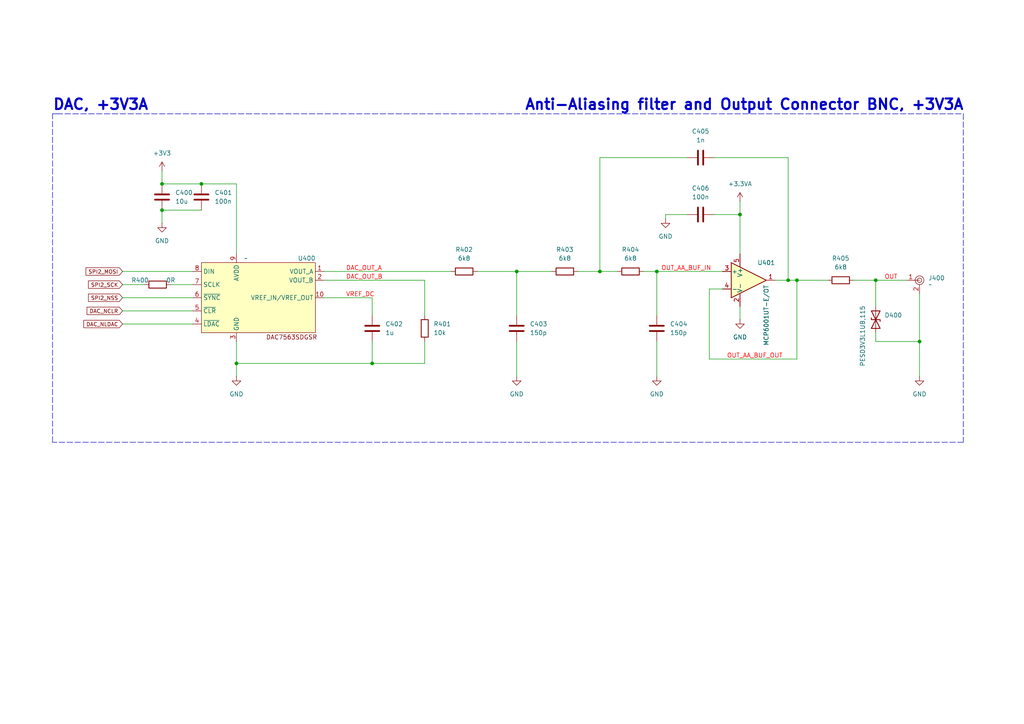
<source format=kicad_sch>
(kicad_sch (version 20231120) (generator "eeschema") (generator_version "8.0")
  (paper "A4")
  (lib_symbols
    (symbol "Adacus_lib:DOSIN-801-0031"
      (property "Reference" "J" (at 4.572 1.524 0))
      (symbol "DOSIN-801-0031_0_1"
        (polyline (pts (xy 1.27 0) (xy 2.54 0)))
        (circle (center 2.54 0) (radius 0.635))
        (circle (center 2.54 0) (radius 1.27))
      )
      (symbol "DOSIN-801-0031_1_1"
        (pin passive line (at -1.27 0 0) (length 2.54) (name "") (number "1"))
        (pin passive line (at 2.54 -3.81 90) (length 2.54) (name "") (number "2"))
      )
    )
    (symbol "Amplifier_Operational:MCP6001-OT" (pin_names (offset 0.127))
      (property "Reference" "U" (at -1.27 6.35 0))
      (property "Value" "MCP6001-OT" (at -1.27 3.81 0))
      (symbol "MCP6001-OT_0_1"
        (polyline (pts (xy -5.08 5.08) (xy 5.08 0) (xy -5.08 -5.08) (xy -5.08 5.08)) (stroke (width 0.254)) (fill (type background)))
        (pin power_in line (at -2.54 -7.62 90) (length 3.81) (name "V-") (number "2"))
        (pin power_in line (at -2.54 7.62 270) (length 3.81) (name "V+") (number "5"))
      )
      (symbol "MCP6001-OT_1_1"
        (pin output line (at 7.62 0 180) (length 2.54) (name "~") (number "1"))
        (pin input line (at -7.62 2.54 0) (length 2.54) (name "+") (number "3"))
        (pin input line (at -7.62 -2.54 0) (length 2.54) (name "-") (number "4"))
      )
    )
    (symbol "DAC7563SDGSR_1"
      (property "Reference" "U" (at 27.178 9.652 0))
      (symbol "DAC7563SDGSR_1_1_1"
        (rectangle (start -5.08 8.89) (end 27.94 -11.43) (fill (type background)))
        (text "DAC7563SDGSR" (at 21.082 -12.7 0) (effects (font (size 1.27 1.27))))
        (pin output line (at 30.48 6.35 180) (length 2.54) (name "VOUT_A") (number "1"))
        (pin bidirectional line (at 30.48 -1.27 180) (length 2.54) (name "VREF_IN/VREF_OUT") (number "10"))
        (pin output line (at 30.48 3.81 180) (length 2.54) (name "VOUT_B") (number "2"))
        (pin passive line (at 5.08 -13.97 90) (length 2.54) (name "GND") (number "3"))
        (pin input line (at -7.62 -8.89 0) (length 2.54) (name "~{LDAC}") (number "4"))
        (pin input line (at -7.62 -5.08 0) (length 2.54) (name "~{CLR}") (number "5"))
        (pin input line (at -7.62 -1.27 0) (length 2.54) (name "~{SYNC}") (number "6"))
        (pin input line (at -7.62 2.54 0) (length 2.54) (name "SCLK") (number "7"))
        (pin input line (at -7.62 6.35 0) (length 2.54) (name "DIN") (number "8"))
        (pin passive line (at 5.08 11.43 270) (length 2.54) (name "AVDD") (number "9"))
      )
    )
    (symbol "Device:C" (pin_numbers hide) (pin_names (offset 0.254))
      (property "Reference" "C" (at 0.635 2.54 0))
      (property "Value" "C" (at 0.635 -2.54 0))
      (symbol "C_0_1"
        (polyline (pts (xy -2.032 -0.762) (xy 2.032 -0.762)) (stroke (width 0.508)))
        (polyline (pts (xy -2.032 0.762) (xy 2.032 0.762)) (stroke (width 0.508)))
      )
      (symbol "C_1_1"
        (pin passive line (at 0 3.81 270) (length 2.794) (name "~") (number "1"))
        (pin passive line (at 0 -3.81 90) (length 2.794) (name "~") (number "2"))
      )
    )
    (symbol "Device:D_TVS" (pin_numbers hide) (pin_names (offset 1.016) hide)
      (property "Reference" "D" (at 0 2.54 0))
      (property "Value" "D_TVS" (at 0 -2.54 0))
      (symbol "D_TVS_0_1"
        (polyline (pts (xy 1.27 0) (xy -1.27 0)))
        (polyline (pts (xy 0.508 1.27) (xy 0 1.27) (xy 0 -1.27) (xy -0.508 -1.27)) (stroke (width 0.254)))
        (polyline (pts (xy -2.54 1.27) (xy -2.54 -1.27) (xy 2.54 1.27) (xy 2.54 -1.27) (xy -2.54 1.27)) (stroke (width 0.254)))
      )
      (symbol "D_TVS_1_1"
        (pin passive line (at -3.81 0 0) (length 2.54) (name "A1") (number "1"))
        (pin passive line (at 3.81 0 180) (length 2.54) (name "A2") (number "2"))
      )
    )
    (symbol "Device:R" (pin_numbers hide) (pin_names (offset 0))
      (property "Reference" "R" (at 2.032 0 90))
      (property "Value" "R" (at 0 0 90))
      (symbol "R_0_1"
        (rectangle (start -1.016 -2.54) (end 1.016 2.54) (stroke (width 0.254)))
      )
      (symbol "R_1_1"
        (pin passive line (at 0 3.81 270) (length 1.27) (name "~") (number "1"))
        (pin passive line (at 0 -3.81 90) (length 1.27) (name "~") (number "2"))
      )
    )
    (symbol "power:+3.3VA" (power) (pin_numbers hide) (pin_names (offset 0) hide)
      (property "Value" "+3.3VA" (at 0 3.556 0))
      (symbol "+3.3VA_0_1"
        (polyline (pts (xy -0.762 1.27) (xy 0 2.54)))
        (polyline (pts (xy 0 0) (xy 0 2.54)))
        (polyline (pts (xy 0 2.54) (xy 0.762 1.27)))
      )
      (symbol "+3.3VA_1_1"
        (pin power_in line (at 0 0 90) (length 0) (name "~") (number "1"))
      )
    )
    (symbol "power:+3V3" (power) (pin_numbers hide) (pin_names (offset 0) hide)
      (property "Value" "+3V3" (at 0 3.556 0))
      (symbol "+3V3_0_1"
        (polyline (pts (xy -0.762 1.27) (xy 0 2.54)))
        (polyline (pts (xy 0 0) (xy 0 2.54)))
        (polyline (pts (xy 0 2.54) (xy 0.762 1.27)))
      )
      (symbol "+3V3_1_1"
        (pin power_in line (at 0 0 90) (length 0) (name "~") (number "1"))
      )
    )
    (symbol "power:GND" (power) (pin_numbers hide) (pin_names (offset 0) hide)
      (property "Value" "GND" (at 0 -3.81 0))
      (symbol "GND_0_1"
        (polyline (pts (xy 0 0) (xy 0 -1.27) (xy 1.27 -1.27) (xy 0 -2.54) (xy -1.27 -1.27) (xy 0 -1.27)))
      )
      (symbol "GND_1_1"
        (pin power_in line (at 0 0 270) (length 0) (name "~") (number "1"))
      )
    )
  )
  (junction (at 214.63 62.23))
  (junction (at 228.6 81.28))
  (junction (at 266.7 99.06))
  (junction (at 254 81.28))
  (junction (at 58.42 53.34))
  (junction (at 68.58 105.41))
  (junction (at 46.99 60.96))
  (junction (at 173.99 78.74))
  (junction (at 190.5 78.74))
  (junction (at 231.14 81.28))
  (junction (at 46.99 53.34))
  (junction (at 149.86 78.74))
  (junction (at 107.95 105.41))
  (wire (pts (xy 107.95 86.36) (xy 107.95 91.44)))
  (polyline (pts (xy 15.24 33.02) (xy 16.51 33.02)))
  (polyline (pts (xy 15.24 128.27) (xy 15.24 33.02)) (stroke (width 0) (type dash)))
  (wire (pts (xy 214.63 88.9) (xy 214.63 92.71)))
  (wire (pts (xy 254 99.06) (xy 266.7 99.06)))
  (wire (pts (xy 35.56 90.17) (xy 55.88 90.17)))
  (wire (pts (xy 190.5 78.74) (xy 190.5 91.44)))
  (polyline (pts (xy 279.4 33.02) (xy 279.4 128.27)) (stroke (width 0) (type dash)))
  (wire (pts (xy 149.86 78.74) (xy 160.02 78.74)))
  (wire (pts (xy 138.43 78.74) (xy 149.86 78.74)))
  (wire (pts (xy 214.63 73.66) (xy 214.63 62.23)))
  (wire (pts (xy 107.95 99.06) (xy 107.95 105.41)))
  (wire (pts (xy 173.99 45.72) (xy 173.99 78.74)))
  (wire (pts (xy 207.01 62.23) (xy 214.63 62.23)))
  (wire (pts (xy 190.5 78.74) (xy 209.55 78.74)))
  (wire (pts (xy 205.74 83.82) (xy 205.74 104.14)))
  (polyline (pts (xy 279.4 128.27) (xy 15.24 128.27)) (stroke (width 0) (type dash)))
  (wire (pts (xy 247.65 81.28) (xy 254 81.28)))
  (wire (pts (xy 190.5 99.06) (xy 190.5 109.22)))
  (wire (pts (xy 167.64 78.74) (xy 173.99 78.74)))
  (wire (pts (xy 123.19 91.44) (xy 123.19 81.28)))
  (wire (pts (xy 123.19 99.06) (xy 123.19 105.41)))
  (wire (pts (xy 107.95 105.41) (xy 123.19 105.41)))
  (wire (pts (xy 205.74 104.14) (xy 231.14 104.14)))
  (wire (pts (xy 254 88.9) (xy 254 81.28)))
  (wire (pts (xy 254 81.28) (xy 262.89 81.28)))
  (wire (pts (xy 266.7 99.06) (xy 266.7 109.22)))
  (wire (pts (xy 231.14 104.14) (xy 231.14 81.28)))
  (wire (pts (xy 228.6 45.72) (xy 228.6 81.28)))
  (wire (pts (xy 35.56 93.98) (xy 55.88 93.98)))
  (wire (pts (xy 254 96.52) (xy 254 99.06)))
  (wire (pts (xy 35.56 82.55) (xy 41.91 82.55)))
  (wire (pts (xy 107.95 105.41) (xy 68.58 105.41)))
  (wire (pts (xy 49.53 82.55) (xy 55.88 82.55)))
  (wire (pts (xy 35.56 86.36) (xy 55.88 86.36)))
  (wire (pts (xy 93.98 86.36) (xy 107.95 86.36)))
  (wire (pts (xy 199.39 45.72) (xy 173.99 45.72)))
  (wire (pts (xy 149.86 99.06) (xy 149.86 109.22)))
  (wire (pts (xy 224.79 81.28) (xy 228.6 81.28)))
  (wire (pts (xy 209.55 83.82) (xy 205.74 83.82)))
  (polyline (pts (xy 16.51 33.02) (xy 279.4 33.02)) (stroke (width 0) (type dash)))
  (wire (pts (xy 193.04 62.23) (xy 193.04 63.5)))
  (wire (pts (xy 173.99 78.74) (xy 179.07 78.74)))
  (wire (pts (xy 231.14 81.28) (xy 240.03 81.28)))
  (wire (pts (xy 68.58 73.66) (xy 68.58 53.34)))
  (wire (pts (xy 46.99 60.96) (xy 46.99 64.77)))
  (wire (pts (xy 93.98 78.74) (xy 130.81 78.74)))
  (wire (pts (xy 68.58 99.06) (xy 68.58 105.41)))
  (wire (pts (xy 214.63 58.42) (xy 214.63 62.23)))
  (wire (pts (xy 199.39 62.23) (xy 193.04 62.23)))
  (wire (pts (xy 207.01 45.72) (xy 228.6 45.72)))
  (wire (pts (xy 228.6 81.28) (xy 231.14 81.28)))
  (wire (pts (xy 46.99 49.53) (xy 46.99 53.34)))
  (wire (pts (xy 46.99 53.34) (xy 58.42 53.34)))
  (wire (pts (xy 35.56 78.74) (xy 55.88 78.74)))
  (wire (pts (xy 266.7 85.09) (xy 266.7 99.06)))
  (wire (pts (xy 46.99 60.96) (xy 58.42 60.96)))
  (wire (pts (xy 58.42 53.34) (xy 68.58 53.34)))
  (wire (pts (xy 149.86 78.74) (xy 149.86 91.44)))
  (wire (pts (xy 93.98 81.28) (xy 123.19 81.28)))
  (wire (pts (xy 68.58 105.41) (xy 68.58 109.22)))
  (wire (pts (xy 186.69 78.74) (xy 190.5 78.74)))
  (text "Anti-Aliasing filter and Output Connector BNC, +3V3A" (at 215.9 30.48 0) (effects (font (size 3.048 3.048) (thickness 0.6096) (bold yes))))
  (text "DAC, +3V3A\n" (at 29.21 30.48 0) (effects (font (size 3.048 3.048) (thickness 0.6096) (bold yes))))
  (label "OUT" (at 256.54 81.28 0))
  (label "OUT_AA_BUF_OUT" (at 210.82 104.14 0))
  (label "DAC_OUT_A" (at 100.33 78.74 0))
  (label "DAC_OUT_B" (at 100.33 81.28 0))
  (label "OUT_AA_BUF_IN" (at 191.77 78.74 0))
  (label "VREF_DC" (at 100.33 86.36 0))
  (global_label "SPI2_NSS" (shape input) (at 35.56 86.36 180) (effects (font (size 1.1 1.1))) (property "Intersheetrefs" "${INTERSHEET_REFS}" (effects (hide yes))))
  (global_label "SPI2_SCK" (shape input) (at 35.56 82.55 180) (effects (font (size 1.1 1.1))) (property "Intersheetrefs" "${INTERSHEET_REFS}" (effects (hide yes))))
  (global_label "SPI2_MOSI" (shape input) (at 35.56 78.74 180) (effects (font (size 1.1 1.1))) (property "Intersheetrefs" "${INTERSHEET_REFS}" (effects (hide yes))))
  (global_label "DAC_NLDAC" (shape input) (at 35.56 93.98 180) (effects (font (size 1.1 1.1))) (property "Intersheetrefs" "${INTERSHEET_REFS}" (effects (hide yes))))
  (global_label "DAC_NCLR" (shape input) (at 35.56 90.17 180) (effects (font (size 1.1 1.1))) (property "Intersheetrefs" "${INTERSHEET_REFS}" (effects (hide yes))))
  (symbol (lib_id "Device:R") (at 163.83 78.74 90) (unit 1)
    (property "Reference" "R403" (at 163.83 72.39 90))
    (property "Value" "6k8" (at 163.83 74.93 90))
    (property "Description" "Resistor" (effects (hide yes)))
  )
  (symbol (lib_id "Amplifier_Operational:MCP6001-OT") (at 217.17 81.28 0) (unit 1)
    (property "Reference" "U401" (at 222.25 76.2 0))
    (property "Value" "MCP6001UT-E/OT" (at 222.25 91.44 90))
    (property "Footprint" "Package_TO_SOT_SMD:SOT-23-5" (effects (hide yes)))
    (property "Datasheet" "https://ww1.microchip.com/downloads/en/DeviceDoc/MCP6001-1R-1U-2-4-1-MHz-Low-Power-Op-Amp-DS20001733L.pdf" (effects (hide yes)))
    (property "Description" "1MHz, Low-Power Op Amp, SOT-23-5" (effects (hide yes)))
  )
  (symbol (lib_id "power:GND") (at 46.99 64.77 0) (unit 1)
    (property "Reference" "#PWR043" (effects (hide yes)))
    (property "Value" "GND" (at 46.99 69.85 0))
    (property "Description" "Power symbol creates a global label with name \"GND\" , ground" (effects (hide yes)))
  )
  (symbol (lib_id "Device:R") (at 123.19 95.25 0) (unit 1)
    (property "Reference" "R401" (at 125.73 93.9799 0) (effects (justify left)))
    (property "Value" "10k" (at 125.73 96.5199 0) (effects (justify left)))
    (property "Description" "Resistor" (effects (hide yes)))
  )
  (symbol (lib_id "power:GND") (at 214.63 92.71 0) (unit 1)
    (property "Reference" "#PWR047" (effects (hide yes)))
    (property "Value" "GND" (at 214.63 97.79 0))
    (property "Description" "Power symbol creates a global label with name \"GND\" , ground" (effects (hide yes)))
  )
  (symbol (lib_id "power:+3.3VA") (at 214.63 58.42 0) (unit 1)
    (property "Reference" "#PWR049" (effects (hide yes)))
    (property "Value" "+3.3VA" (at 214.63 53.34 0))
    (property "Description" "Power symbol creates a global label with name \"+3.3VA\"" (effects (hide yes)))
  )
  (symbol (lib_id "Device:C") (at 203.2 45.72 90) (unit 1)
    (property "Reference" "C405" (at 203.2 38.1 90))
    (property "Value" "1n" (at 203.2 40.64 90))
    (property "Description" "Unpolarized capacitor" (effects (hide yes)))
  )
  (symbol (lib_id "Device:C") (at 58.42 57.15 0) (unit 1)
    (property "Reference" "C401" (at 62.23 55.8799 0) (effects (justify left)))
    (property "Value" "100n" (at 62.23 58.4199 0) (effects (justify left)))
    (property "Description" "Unpolarized capacitor" (effects (hide yes)))
  )
  (symbol (lib_id "power:GND") (at 266.7 109.22 0) (unit 1)
    (property "Reference" "#PWR050" (effects (hide yes)))
    (property "Value" "GND" (at 266.7 114.3 0))
    (property "Description" "Power symbol creates a global label with name \"GND\" , ground" (effects (hide yes)))
  )
  (symbol (lib_id "power:GND") (at 149.86 109.22 0) (unit 1)
    (property "Reference" "#PWR045" (effects (hide yes)))
    (property "Value" "GND" (at 149.86 114.3 0))
    (property "Description" "Power symbol creates a global label with name \"GND\" , ground" (effects (hide yes)))
  )
  (symbol (lib_id "power:GND") (at 193.04 63.5 0) (unit 1)
    (property "Reference" "#PWR048" (effects (hide yes)))
    (property "Value" "GND" (at 193.04 68.58 0))
    (property "Description" "Power symbol creates a global label with name \"GND\" , ground" (effects (hide yes)))
  )
  (symbol (lib_id "Device:C") (at 46.99 57.15 0) (unit 1)
    (property "Reference" "C400" (at 50.8 55.8799 0) (effects (justify left)))
    (property "Value" "10u" (at 50.8 58.4199 0) (effects (justify left)))
    (property "Description" "Unpolarized capacitor" (effects (hide yes)))
  )
  (symbol (lib_id "power:+3V3") (at 46.99 49.53 0) (unit 1)
    (property "Reference" "#PWR042" (effects (hide yes)))
    (property "Value" "+3V3" (at 46.99 44.45 0))
    (property "Description" "Power symbol creates a global label with name \"+3V3\"" (effects (hide yes)))
  )
  (symbol (lib_id "Device:R") (at 45.72 82.55 90) (unit 1)
    (property "Reference" "R400" (at 40.64 81.28 90))
    (property "Value" "0R" (at 49.53 81.28 90))
    (property "Description" "Resistor" (effects (hide yes)))
  )
  (symbol (lib_id "Device:R") (at 243.84 81.28 90) (unit 1)
    (property "Reference" "R405" (at 243.84 74.93 90))
    (property "Value" "6k8" (at 243.84 77.47 90))
    (property "Description" "Resistor" (effects (hide yes)))
  )
  (symbol (lib_id "Device:C") (at 149.86 95.25 0) (unit 1)
    (property "Reference" "C403" (at 153.67 93.9799 0) (effects (justify left)))
    (property "Value" "150p" (at 153.67 96.5199 0) (effects (justify left)))
    (property "Description" "Unpolarized capacitor" (effects (hide yes)))
  )
  (symbol (lib_id "Adacus_lib:DOSIN-801-0031") (at 264.16 81.28 0) (unit 1)
    (property "Reference" "J400" (at 269.24 80.6449 0) (effects (justify left)))
    (property "Value" "~" (at 269.24 82.55 0) (effects (justify left)))
  )
  (symbol (lib_id "Device:D_TVS") (at 254 92.71 90) (unit 1)
    (property "Reference" "D400" (at 256.54 91.4399 90) (effects (justify right)))
    (property "Value" "PESD3V3L1UB,115 " (at 250.19 87.63 0) (effects (justify right)))
    (property "Datasheet" "ESD Protection Diodes / TVS Diodes PESD3V3L1UB/SOD523/SC-79 " (effects (hide yes)))
    (property "Description" "ESD Protection Diodes / TVS Diodes PESD3V3L1UB/SOD523/SC-79 " (effects (hide yes)))
  )
  (symbol (lib_id "Device:R") (at 134.62 78.74 90) (unit 1)
    (property "Reference" "R402" (at 134.62 72.39 90))
    (property "Value" "6k8" (at 134.62 74.93 90))
    (property "Description" "Resistor" (effects (hide yes)))
  )
  (symbol (lib_id "Device:C") (at 203.2 62.23 90) (unit 1)
    (property "Reference" "C406" (at 203.2 54.61 90))
    (property "Value" "100n" (at 203.2 57.15 90))
    (property "Description" "Unpolarized capacitor" (effects (hide yes)))
  )
  (symbol (lib_id "Device:R") (at 182.88 78.74 90) (unit 1)
    (property "Reference" "R404" (at 182.88 72.39 90))
    (property "Value" "6k8" (at 182.88 74.93 90))
    (property "Description" "Resistor" (effects (hide yes)))
  )
  (symbol (lib_id "power:GND") (at 68.58 109.22 0) (unit 1)
    (property "Reference" "#PWR044" (effects (hide yes)))
    (property "Value" "GND" (at 68.58 114.3 0))
    (property "Description" "Power symbol creates a global label with name \"GND\" , ground" (effects (hide yes)))
  )
  (symbol (lib_name "DAC7563SDGSR_1") (lib_id "Adacus_lib:DAC7563SDGSR") (at 63.5 85.09 0) (unit 1)
    (property "Reference" "U400" (at 86.36 74.93 0) (effects (justify left)))
    (property "Value" "~" (at 70.7741 74.93 0) (effects (justify left)))
  )
  (symbol (lib_id "Device:C") (at 190.5 95.25 0) (unit 1)
    (property "Reference" "C404" (at 194.31 93.9799 0) (effects (justify left)))
    (property "Value" "150p" (at 194.31 96.5199 0) (effects (justify left)))
    (property "Description" "Unpolarized capacitor" (effects (hide yes)))
  )
  (symbol (lib_id "Device:C") (at 107.95 95.25 0) (unit 1)
    (property "Reference" "C402" (at 111.76 93.9799 0) (effects (justify left)))
    (property "Value" "1u" (at 111.76 96.5199 0) (effects (justify left)))
    (property "Description" "Unpolarized capacitor" (effects (hide yes)))
  )
  (symbol (lib_id "power:GND") (at 190.5 109.22 0) (unit 1)
    (property "Reference" "#PWR046" (effects (hide yes)))
    (property "Value" "GND" (at 190.5 114.3 0))
    (property "Description" "Power symbol creates a global label with name \"GND\" , ground" (effects (hide yes)))
  )
)
</source>
